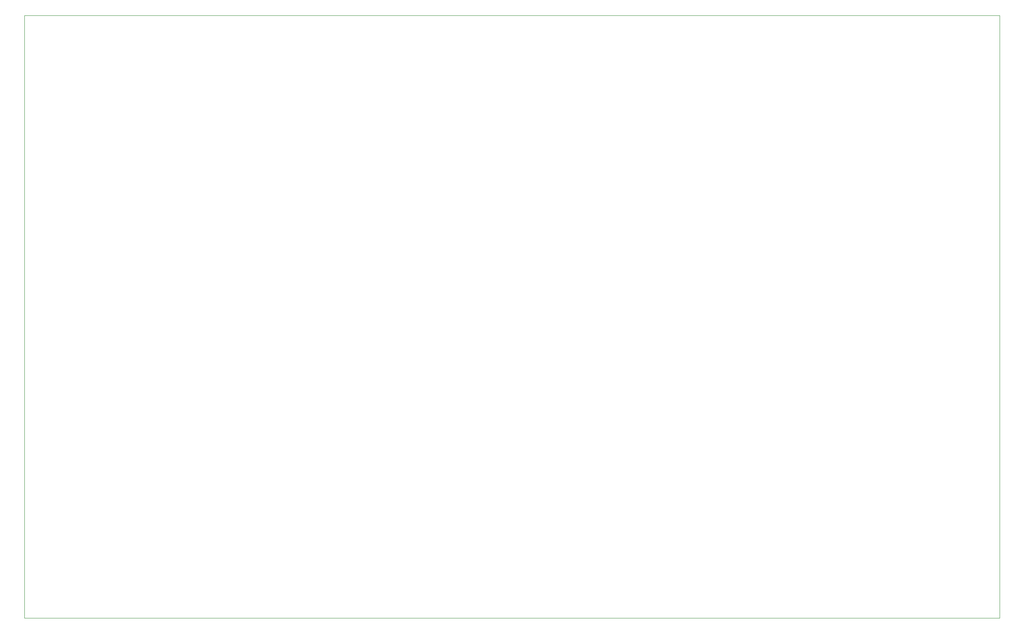
<source format=gbr>
%TF.GenerationSoftware,KiCad,Pcbnew,8.0.5*%
%TF.CreationDate,2024-10-01T14:45:49-04:00*%
%TF.ProjectId,HarveyBehaviorPCB_v2,48617276-6579-4426-9568-6176696f7250,rev?*%
%TF.SameCoordinates,Original*%
%TF.FileFunction,Profile,NP*%
%FSLAX46Y46*%
G04 Gerber Fmt 4.6, Leading zero omitted, Abs format (unit mm)*
G04 Created by KiCad (PCBNEW 8.0.5) date 2024-10-01 14:45:49*
%MOMM*%
%LPD*%
G01*
G04 APERTURE LIST*
%TA.AperFunction,Profile*%
%ADD10C,0.050000*%
%TD*%
G04 APERTURE END LIST*
D10*
X27686000Y-37338000D02*
X27686000Y-163068000D01*
X230886000Y-163068000D02*
X230886000Y-37338000D01*
X230886000Y-37338000D02*
X27686000Y-37338000D01*
X27686000Y-163068000D02*
X230886000Y-163068000D01*
M02*

</source>
